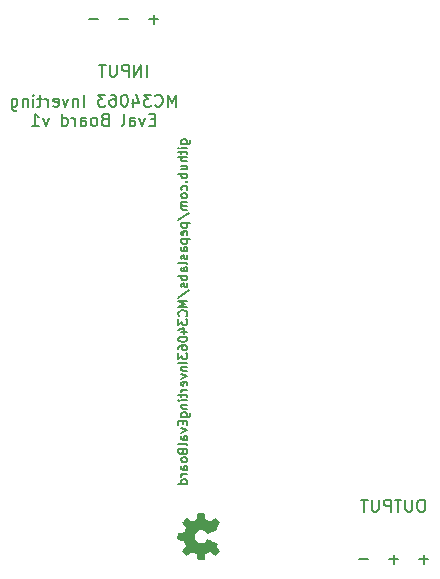
<source format=gbo>
G04 (created by PCBNEW (2013-07-07 BZR 4022)-stable) date 5/10/2015 12:25:42 PM*
%MOIN*%
G04 Gerber Fmt 3.4, Leading zero omitted, Abs format*
%FSLAX34Y34*%
G01*
G70*
G90*
G04 APERTURE LIST*
%ADD10C,0.00590551*%
%ADD11C,0.008*%
%ADD12C,0.006*%
%ADD13C,0.0001*%
G04 APERTURE END LIST*
G54D10*
G54D11*
X79211Y-76761D02*
X79135Y-76761D01*
X79097Y-76780D01*
X79059Y-76819D01*
X79040Y-76895D01*
X79040Y-77028D01*
X79059Y-77104D01*
X79097Y-77142D01*
X79135Y-77161D01*
X79211Y-77161D01*
X79249Y-77142D01*
X79288Y-77104D01*
X79307Y-77028D01*
X79307Y-76895D01*
X79288Y-76819D01*
X79249Y-76780D01*
X79211Y-76761D01*
X78869Y-76761D02*
X78869Y-77085D01*
X78849Y-77123D01*
X78830Y-77142D01*
X78792Y-77161D01*
X78716Y-77161D01*
X78678Y-77142D01*
X78659Y-77123D01*
X78640Y-77085D01*
X78640Y-76761D01*
X78507Y-76761D02*
X78278Y-76761D01*
X78392Y-77161D02*
X78392Y-76761D01*
X78145Y-77161D02*
X78145Y-76761D01*
X77992Y-76761D01*
X77954Y-76780D01*
X77935Y-76800D01*
X77916Y-76838D01*
X77916Y-76895D01*
X77935Y-76933D01*
X77954Y-76952D01*
X77992Y-76971D01*
X78145Y-76971D01*
X77745Y-76761D02*
X77745Y-77085D01*
X77726Y-77123D01*
X77707Y-77142D01*
X77669Y-77161D01*
X77592Y-77161D01*
X77554Y-77142D01*
X77535Y-77123D01*
X77516Y-77085D01*
X77516Y-76761D01*
X77383Y-76761D02*
X77154Y-76761D01*
X77269Y-77161D02*
X77269Y-76761D01*
X70021Y-62661D02*
X70021Y-62261D01*
X69830Y-62661D02*
X69830Y-62261D01*
X69602Y-62661D01*
X69602Y-62261D01*
X69411Y-62661D02*
X69411Y-62261D01*
X69259Y-62261D01*
X69221Y-62280D01*
X69202Y-62300D01*
X69183Y-62338D01*
X69183Y-62395D01*
X69202Y-62433D01*
X69221Y-62452D01*
X69259Y-62471D01*
X69411Y-62471D01*
X69011Y-62261D02*
X69011Y-62585D01*
X68992Y-62623D01*
X68973Y-62642D01*
X68935Y-62661D01*
X68859Y-62661D01*
X68821Y-62642D01*
X68802Y-62623D01*
X68783Y-62585D01*
X68783Y-62261D01*
X68649Y-62261D02*
X68421Y-62261D01*
X68535Y-62661D02*
X68535Y-62261D01*
X77402Y-78759D02*
X77097Y-78759D01*
X78402Y-78759D02*
X78097Y-78759D01*
X78250Y-78911D02*
X78250Y-78607D01*
X79402Y-78759D02*
X79097Y-78759D01*
X79250Y-78911D02*
X79250Y-78607D01*
X68402Y-60759D02*
X68097Y-60759D01*
X69402Y-60759D02*
X69097Y-60759D01*
X70402Y-60759D02*
X70097Y-60759D01*
X70250Y-60911D02*
X70250Y-60607D01*
X70983Y-63661D02*
X70983Y-63261D01*
X70850Y-63547D01*
X70716Y-63261D01*
X70716Y-63661D01*
X70297Y-63623D02*
X70316Y-63642D01*
X70373Y-63661D01*
X70411Y-63661D01*
X70469Y-63642D01*
X70507Y-63604D01*
X70526Y-63566D01*
X70545Y-63490D01*
X70545Y-63433D01*
X70526Y-63357D01*
X70507Y-63319D01*
X70469Y-63280D01*
X70411Y-63261D01*
X70373Y-63261D01*
X70316Y-63280D01*
X70297Y-63300D01*
X70164Y-63261D02*
X69916Y-63261D01*
X70049Y-63414D01*
X69992Y-63414D01*
X69954Y-63433D01*
X69935Y-63452D01*
X69916Y-63490D01*
X69916Y-63585D01*
X69935Y-63623D01*
X69954Y-63642D01*
X69992Y-63661D01*
X70107Y-63661D01*
X70145Y-63642D01*
X70164Y-63623D01*
X69573Y-63395D02*
X69573Y-63661D01*
X69669Y-63242D02*
X69764Y-63528D01*
X69516Y-63528D01*
X69288Y-63261D02*
X69250Y-63261D01*
X69211Y-63280D01*
X69192Y-63300D01*
X69173Y-63338D01*
X69154Y-63414D01*
X69154Y-63509D01*
X69173Y-63585D01*
X69192Y-63623D01*
X69211Y-63642D01*
X69250Y-63661D01*
X69288Y-63661D01*
X69326Y-63642D01*
X69345Y-63623D01*
X69364Y-63585D01*
X69383Y-63509D01*
X69383Y-63414D01*
X69364Y-63338D01*
X69345Y-63300D01*
X69326Y-63280D01*
X69288Y-63261D01*
X68811Y-63261D02*
X68888Y-63261D01*
X68926Y-63280D01*
X68945Y-63300D01*
X68983Y-63357D01*
X69002Y-63433D01*
X69002Y-63585D01*
X68983Y-63623D01*
X68964Y-63642D01*
X68926Y-63661D01*
X68850Y-63661D01*
X68811Y-63642D01*
X68792Y-63623D01*
X68773Y-63585D01*
X68773Y-63490D01*
X68792Y-63452D01*
X68811Y-63433D01*
X68850Y-63414D01*
X68926Y-63414D01*
X68964Y-63433D01*
X68983Y-63452D01*
X69002Y-63490D01*
X68640Y-63261D02*
X68392Y-63261D01*
X68526Y-63414D01*
X68469Y-63414D01*
X68430Y-63433D01*
X68411Y-63452D01*
X68392Y-63490D01*
X68392Y-63585D01*
X68411Y-63623D01*
X68430Y-63642D01*
X68469Y-63661D01*
X68583Y-63661D01*
X68621Y-63642D01*
X68640Y-63623D01*
X67916Y-63661D02*
X67916Y-63261D01*
X67726Y-63395D02*
X67726Y-63661D01*
X67726Y-63433D02*
X67707Y-63414D01*
X67669Y-63395D01*
X67611Y-63395D01*
X67573Y-63414D01*
X67554Y-63452D01*
X67554Y-63661D01*
X67402Y-63395D02*
X67307Y-63661D01*
X67211Y-63395D01*
X66907Y-63642D02*
X66945Y-63661D01*
X67021Y-63661D01*
X67059Y-63642D01*
X67078Y-63604D01*
X67078Y-63452D01*
X67059Y-63414D01*
X67021Y-63395D01*
X66945Y-63395D01*
X66907Y-63414D01*
X66888Y-63452D01*
X66888Y-63490D01*
X67078Y-63528D01*
X66716Y-63661D02*
X66716Y-63395D01*
X66716Y-63471D02*
X66697Y-63433D01*
X66678Y-63414D01*
X66640Y-63395D01*
X66602Y-63395D01*
X66526Y-63395D02*
X66373Y-63395D01*
X66469Y-63261D02*
X66469Y-63604D01*
X66450Y-63642D01*
X66411Y-63661D01*
X66373Y-63661D01*
X66240Y-63661D02*
X66240Y-63395D01*
X66240Y-63261D02*
X66259Y-63280D01*
X66240Y-63300D01*
X66221Y-63280D01*
X66240Y-63261D01*
X66240Y-63300D01*
X66050Y-63395D02*
X66050Y-63661D01*
X66050Y-63433D02*
X66030Y-63414D01*
X65992Y-63395D01*
X65935Y-63395D01*
X65897Y-63414D01*
X65878Y-63452D01*
X65878Y-63661D01*
X65516Y-63395D02*
X65516Y-63719D01*
X65535Y-63757D01*
X65554Y-63776D01*
X65592Y-63795D01*
X65650Y-63795D01*
X65688Y-63776D01*
X65516Y-63642D02*
X65554Y-63661D01*
X65630Y-63661D01*
X65669Y-63642D01*
X65688Y-63623D01*
X65707Y-63585D01*
X65707Y-63471D01*
X65688Y-63433D01*
X65669Y-63414D01*
X65630Y-63395D01*
X65554Y-63395D01*
X65516Y-63414D01*
X70288Y-64092D02*
X70154Y-64092D01*
X70097Y-64301D02*
X70288Y-64301D01*
X70288Y-63901D01*
X70097Y-63901D01*
X69964Y-64035D02*
X69869Y-64301D01*
X69773Y-64035D01*
X69449Y-64301D02*
X69449Y-64092D01*
X69469Y-64054D01*
X69507Y-64035D01*
X69583Y-64035D01*
X69621Y-64054D01*
X69449Y-64282D02*
X69488Y-64301D01*
X69583Y-64301D01*
X69621Y-64282D01*
X69640Y-64244D01*
X69640Y-64206D01*
X69621Y-64168D01*
X69583Y-64149D01*
X69488Y-64149D01*
X69449Y-64130D01*
X69202Y-64301D02*
X69240Y-64282D01*
X69259Y-64244D01*
X69259Y-63901D01*
X68611Y-64092D02*
X68554Y-64111D01*
X68535Y-64130D01*
X68516Y-64168D01*
X68516Y-64225D01*
X68535Y-64263D01*
X68554Y-64282D01*
X68592Y-64301D01*
X68745Y-64301D01*
X68745Y-63901D01*
X68611Y-63901D01*
X68573Y-63920D01*
X68554Y-63940D01*
X68535Y-63978D01*
X68535Y-64016D01*
X68554Y-64054D01*
X68573Y-64073D01*
X68611Y-64092D01*
X68745Y-64092D01*
X68288Y-64301D02*
X68326Y-64282D01*
X68345Y-64263D01*
X68364Y-64225D01*
X68364Y-64111D01*
X68345Y-64073D01*
X68326Y-64054D01*
X68288Y-64035D01*
X68230Y-64035D01*
X68192Y-64054D01*
X68173Y-64073D01*
X68154Y-64111D01*
X68154Y-64225D01*
X68173Y-64263D01*
X68192Y-64282D01*
X68230Y-64301D01*
X68288Y-64301D01*
X67811Y-64301D02*
X67811Y-64092D01*
X67830Y-64054D01*
X67869Y-64035D01*
X67945Y-64035D01*
X67983Y-64054D01*
X67811Y-64282D02*
X67850Y-64301D01*
X67945Y-64301D01*
X67983Y-64282D01*
X68002Y-64244D01*
X68002Y-64206D01*
X67983Y-64168D01*
X67945Y-64149D01*
X67850Y-64149D01*
X67811Y-64130D01*
X67621Y-64301D02*
X67621Y-64035D01*
X67621Y-64111D02*
X67602Y-64073D01*
X67583Y-64054D01*
X67545Y-64035D01*
X67507Y-64035D01*
X67202Y-64301D02*
X67202Y-63901D01*
X67202Y-64282D02*
X67240Y-64301D01*
X67316Y-64301D01*
X67354Y-64282D01*
X67373Y-64263D01*
X67392Y-64225D01*
X67392Y-64111D01*
X67373Y-64073D01*
X67354Y-64054D01*
X67316Y-64035D01*
X67240Y-64035D01*
X67202Y-64054D01*
X66745Y-64035D02*
X66650Y-64301D01*
X66554Y-64035D01*
X66192Y-64301D02*
X66421Y-64301D01*
X66307Y-64301D02*
X66307Y-63901D01*
X66345Y-63959D01*
X66383Y-63997D01*
X66421Y-64016D01*
G54D12*
X71171Y-64899D02*
X71414Y-64899D01*
X71442Y-64885D01*
X71457Y-64871D01*
X71471Y-64842D01*
X71471Y-64799D01*
X71457Y-64771D01*
X71357Y-64899D02*
X71371Y-64871D01*
X71371Y-64814D01*
X71357Y-64785D01*
X71342Y-64771D01*
X71314Y-64757D01*
X71228Y-64757D01*
X71200Y-64771D01*
X71185Y-64785D01*
X71171Y-64814D01*
X71171Y-64871D01*
X71185Y-64899D01*
X71371Y-65042D02*
X71171Y-65042D01*
X71071Y-65042D02*
X71085Y-65028D01*
X71100Y-65042D01*
X71085Y-65057D01*
X71071Y-65042D01*
X71100Y-65042D01*
X71171Y-65142D02*
X71171Y-65257D01*
X71071Y-65185D02*
X71328Y-65185D01*
X71357Y-65199D01*
X71371Y-65228D01*
X71371Y-65257D01*
X71371Y-65357D02*
X71071Y-65357D01*
X71371Y-65485D02*
X71214Y-65485D01*
X71185Y-65471D01*
X71171Y-65442D01*
X71171Y-65399D01*
X71185Y-65371D01*
X71200Y-65357D01*
X71171Y-65757D02*
X71371Y-65757D01*
X71171Y-65628D02*
X71328Y-65628D01*
X71357Y-65642D01*
X71371Y-65671D01*
X71371Y-65714D01*
X71357Y-65742D01*
X71342Y-65757D01*
X71371Y-65899D02*
X71071Y-65899D01*
X71185Y-65899D02*
X71171Y-65928D01*
X71171Y-65985D01*
X71185Y-66014D01*
X71200Y-66028D01*
X71228Y-66042D01*
X71314Y-66042D01*
X71342Y-66028D01*
X71357Y-66014D01*
X71371Y-65985D01*
X71371Y-65928D01*
X71357Y-65899D01*
X71342Y-66171D02*
X71357Y-66185D01*
X71371Y-66171D01*
X71357Y-66157D01*
X71342Y-66171D01*
X71371Y-66171D01*
X71357Y-66442D02*
X71371Y-66414D01*
X71371Y-66357D01*
X71357Y-66328D01*
X71342Y-66314D01*
X71314Y-66299D01*
X71228Y-66299D01*
X71200Y-66314D01*
X71185Y-66328D01*
X71171Y-66357D01*
X71171Y-66414D01*
X71185Y-66442D01*
X71371Y-66614D02*
X71357Y-66585D01*
X71342Y-66571D01*
X71314Y-66557D01*
X71228Y-66557D01*
X71200Y-66571D01*
X71185Y-66585D01*
X71171Y-66614D01*
X71171Y-66657D01*
X71185Y-66685D01*
X71200Y-66699D01*
X71228Y-66714D01*
X71314Y-66714D01*
X71342Y-66699D01*
X71357Y-66685D01*
X71371Y-66657D01*
X71371Y-66614D01*
X71371Y-66842D02*
X71171Y-66842D01*
X71200Y-66842D02*
X71185Y-66857D01*
X71171Y-66885D01*
X71171Y-66928D01*
X71185Y-66957D01*
X71214Y-66971D01*
X71371Y-66971D01*
X71214Y-66971D02*
X71185Y-66985D01*
X71171Y-67014D01*
X71171Y-67057D01*
X71185Y-67085D01*
X71214Y-67099D01*
X71371Y-67099D01*
X71057Y-67457D02*
X71442Y-67199D01*
X71171Y-67557D02*
X71471Y-67557D01*
X71185Y-67557D02*
X71171Y-67585D01*
X71171Y-67642D01*
X71185Y-67671D01*
X71200Y-67685D01*
X71228Y-67700D01*
X71314Y-67700D01*
X71342Y-67685D01*
X71357Y-67671D01*
X71371Y-67642D01*
X71371Y-67585D01*
X71357Y-67557D01*
X71357Y-67942D02*
X71371Y-67914D01*
X71371Y-67857D01*
X71357Y-67828D01*
X71328Y-67814D01*
X71214Y-67814D01*
X71185Y-67828D01*
X71171Y-67857D01*
X71171Y-67914D01*
X71185Y-67942D01*
X71214Y-67957D01*
X71242Y-67957D01*
X71271Y-67814D01*
X71171Y-68085D02*
X71471Y-68085D01*
X71185Y-68085D02*
X71171Y-68114D01*
X71171Y-68171D01*
X71185Y-68200D01*
X71200Y-68214D01*
X71228Y-68228D01*
X71314Y-68228D01*
X71342Y-68214D01*
X71357Y-68200D01*
X71371Y-68171D01*
X71371Y-68114D01*
X71357Y-68085D01*
X71371Y-68485D02*
X71214Y-68485D01*
X71185Y-68471D01*
X71171Y-68442D01*
X71171Y-68385D01*
X71185Y-68357D01*
X71357Y-68485D02*
X71371Y-68457D01*
X71371Y-68385D01*
X71357Y-68357D01*
X71328Y-68342D01*
X71300Y-68342D01*
X71271Y-68357D01*
X71257Y-68385D01*
X71257Y-68457D01*
X71242Y-68485D01*
X71357Y-68614D02*
X71371Y-68642D01*
X71371Y-68700D01*
X71357Y-68728D01*
X71328Y-68742D01*
X71314Y-68742D01*
X71285Y-68728D01*
X71271Y-68700D01*
X71271Y-68657D01*
X71257Y-68628D01*
X71228Y-68614D01*
X71214Y-68614D01*
X71185Y-68628D01*
X71171Y-68657D01*
X71171Y-68700D01*
X71185Y-68728D01*
X71371Y-68914D02*
X71357Y-68885D01*
X71328Y-68871D01*
X71071Y-68871D01*
X71371Y-69157D02*
X71214Y-69157D01*
X71185Y-69142D01*
X71171Y-69114D01*
X71171Y-69057D01*
X71185Y-69028D01*
X71357Y-69157D02*
X71371Y-69128D01*
X71371Y-69057D01*
X71357Y-69028D01*
X71328Y-69014D01*
X71300Y-69014D01*
X71271Y-69028D01*
X71257Y-69057D01*
X71257Y-69128D01*
X71242Y-69157D01*
X71371Y-69300D02*
X71071Y-69300D01*
X71185Y-69300D02*
X71171Y-69328D01*
X71171Y-69385D01*
X71185Y-69414D01*
X71200Y-69428D01*
X71228Y-69442D01*
X71314Y-69442D01*
X71342Y-69428D01*
X71357Y-69414D01*
X71371Y-69385D01*
X71371Y-69328D01*
X71357Y-69300D01*
X71357Y-69557D02*
X71371Y-69585D01*
X71371Y-69642D01*
X71357Y-69671D01*
X71328Y-69685D01*
X71314Y-69685D01*
X71285Y-69671D01*
X71271Y-69642D01*
X71271Y-69600D01*
X71257Y-69571D01*
X71228Y-69557D01*
X71214Y-69557D01*
X71185Y-69571D01*
X71171Y-69600D01*
X71171Y-69642D01*
X71185Y-69671D01*
X71057Y-70028D02*
X71442Y-69771D01*
X71371Y-70128D02*
X71071Y-70128D01*
X71285Y-70228D01*
X71071Y-70328D01*
X71371Y-70328D01*
X71342Y-70642D02*
X71357Y-70628D01*
X71371Y-70585D01*
X71371Y-70557D01*
X71357Y-70514D01*
X71328Y-70485D01*
X71300Y-70471D01*
X71242Y-70457D01*
X71200Y-70457D01*
X71142Y-70471D01*
X71114Y-70485D01*
X71085Y-70514D01*
X71071Y-70557D01*
X71071Y-70585D01*
X71085Y-70628D01*
X71100Y-70642D01*
X71071Y-70742D02*
X71071Y-70928D01*
X71185Y-70828D01*
X71185Y-70871D01*
X71200Y-70900D01*
X71214Y-70914D01*
X71242Y-70928D01*
X71314Y-70928D01*
X71342Y-70914D01*
X71357Y-70900D01*
X71371Y-70871D01*
X71371Y-70785D01*
X71357Y-70757D01*
X71342Y-70742D01*
X71171Y-71185D02*
X71371Y-71185D01*
X71057Y-71114D02*
X71271Y-71042D01*
X71271Y-71228D01*
X71071Y-71400D02*
X71071Y-71428D01*
X71085Y-71457D01*
X71100Y-71471D01*
X71128Y-71485D01*
X71185Y-71500D01*
X71257Y-71500D01*
X71314Y-71485D01*
X71342Y-71471D01*
X71357Y-71457D01*
X71371Y-71428D01*
X71371Y-71400D01*
X71357Y-71371D01*
X71342Y-71357D01*
X71314Y-71342D01*
X71257Y-71328D01*
X71185Y-71328D01*
X71128Y-71342D01*
X71100Y-71357D01*
X71085Y-71371D01*
X71071Y-71400D01*
X71071Y-71757D02*
X71071Y-71700D01*
X71085Y-71671D01*
X71100Y-71657D01*
X71142Y-71628D01*
X71200Y-71614D01*
X71314Y-71614D01*
X71342Y-71628D01*
X71357Y-71642D01*
X71371Y-71671D01*
X71371Y-71728D01*
X71357Y-71757D01*
X71342Y-71771D01*
X71314Y-71785D01*
X71242Y-71785D01*
X71214Y-71771D01*
X71200Y-71757D01*
X71185Y-71728D01*
X71185Y-71671D01*
X71200Y-71642D01*
X71214Y-71628D01*
X71242Y-71614D01*
X71071Y-71885D02*
X71071Y-72071D01*
X71185Y-71971D01*
X71185Y-72014D01*
X71200Y-72042D01*
X71214Y-72057D01*
X71242Y-72071D01*
X71314Y-72071D01*
X71342Y-72057D01*
X71357Y-72042D01*
X71371Y-72014D01*
X71371Y-71928D01*
X71357Y-71900D01*
X71342Y-71885D01*
X71371Y-72200D02*
X71071Y-72200D01*
X71171Y-72342D02*
X71371Y-72342D01*
X71200Y-72342D02*
X71185Y-72357D01*
X71171Y-72385D01*
X71171Y-72428D01*
X71185Y-72457D01*
X71214Y-72471D01*
X71371Y-72471D01*
X71171Y-72585D02*
X71371Y-72657D01*
X71171Y-72728D01*
X71357Y-72957D02*
X71371Y-72928D01*
X71371Y-72871D01*
X71357Y-72842D01*
X71328Y-72828D01*
X71214Y-72828D01*
X71185Y-72842D01*
X71171Y-72871D01*
X71171Y-72928D01*
X71185Y-72957D01*
X71214Y-72971D01*
X71242Y-72971D01*
X71271Y-72828D01*
X71371Y-73100D02*
X71171Y-73100D01*
X71228Y-73100D02*
X71200Y-73114D01*
X71185Y-73128D01*
X71171Y-73157D01*
X71171Y-73185D01*
X71171Y-73242D02*
X71171Y-73357D01*
X71071Y-73285D02*
X71328Y-73285D01*
X71357Y-73300D01*
X71371Y-73328D01*
X71371Y-73357D01*
X71371Y-73457D02*
X71171Y-73457D01*
X71071Y-73457D02*
X71085Y-73442D01*
X71100Y-73457D01*
X71085Y-73471D01*
X71071Y-73457D01*
X71100Y-73457D01*
X71171Y-73600D02*
X71371Y-73600D01*
X71200Y-73600D02*
X71185Y-73614D01*
X71171Y-73642D01*
X71171Y-73685D01*
X71185Y-73714D01*
X71214Y-73728D01*
X71371Y-73728D01*
X71171Y-74000D02*
X71414Y-74000D01*
X71442Y-73985D01*
X71457Y-73971D01*
X71471Y-73942D01*
X71471Y-73900D01*
X71457Y-73871D01*
X71357Y-74000D02*
X71371Y-73971D01*
X71371Y-73914D01*
X71357Y-73885D01*
X71342Y-73871D01*
X71314Y-73857D01*
X71228Y-73857D01*
X71200Y-73871D01*
X71185Y-73885D01*
X71171Y-73914D01*
X71171Y-73971D01*
X71185Y-74000D01*
X71214Y-74142D02*
X71214Y-74242D01*
X71371Y-74285D02*
X71371Y-74142D01*
X71071Y-74142D01*
X71071Y-74285D01*
X71171Y-74385D02*
X71371Y-74457D01*
X71171Y-74528D01*
X71371Y-74771D02*
X71214Y-74771D01*
X71185Y-74757D01*
X71171Y-74728D01*
X71171Y-74671D01*
X71185Y-74642D01*
X71357Y-74771D02*
X71371Y-74742D01*
X71371Y-74671D01*
X71357Y-74642D01*
X71328Y-74628D01*
X71300Y-74628D01*
X71271Y-74642D01*
X71257Y-74671D01*
X71257Y-74742D01*
X71242Y-74771D01*
X71371Y-74957D02*
X71357Y-74928D01*
X71328Y-74914D01*
X71071Y-74914D01*
X71214Y-75171D02*
X71228Y-75214D01*
X71242Y-75228D01*
X71271Y-75242D01*
X71314Y-75242D01*
X71342Y-75228D01*
X71357Y-75214D01*
X71371Y-75185D01*
X71371Y-75071D01*
X71071Y-75071D01*
X71071Y-75171D01*
X71085Y-75200D01*
X71100Y-75214D01*
X71128Y-75228D01*
X71157Y-75228D01*
X71185Y-75214D01*
X71200Y-75200D01*
X71214Y-75171D01*
X71214Y-75071D01*
X71371Y-75414D02*
X71357Y-75385D01*
X71342Y-75371D01*
X71314Y-75357D01*
X71228Y-75357D01*
X71200Y-75371D01*
X71185Y-75385D01*
X71171Y-75414D01*
X71171Y-75457D01*
X71185Y-75485D01*
X71200Y-75500D01*
X71228Y-75514D01*
X71314Y-75514D01*
X71342Y-75500D01*
X71357Y-75485D01*
X71371Y-75457D01*
X71371Y-75414D01*
X71371Y-75771D02*
X71214Y-75771D01*
X71185Y-75757D01*
X71171Y-75728D01*
X71171Y-75671D01*
X71185Y-75642D01*
X71357Y-75771D02*
X71371Y-75742D01*
X71371Y-75671D01*
X71357Y-75642D01*
X71328Y-75628D01*
X71300Y-75628D01*
X71271Y-75642D01*
X71257Y-75671D01*
X71257Y-75742D01*
X71242Y-75771D01*
X71371Y-75914D02*
X71171Y-75914D01*
X71228Y-75914D02*
X71200Y-75928D01*
X71185Y-75942D01*
X71171Y-75971D01*
X71171Y-76000D01*
X71371Y-76228D02*
X71071Y-76228D01*
X71357Y-76228D02*
X71371Y-76200D01*
X71371Y-76142D01*
X71357Y-76114D01*
X71342Y-76100D01*
X71314Y-76085D01*
X71228Y-76085D01*
X71200Y-76100D01*
X71185Y-76114D01*
X71171Y-76142D01*
X71171Y-76200D01*
X71185Y-76228D01*
G54D13*
G36*
X72457Y-77523D02*
X72453Y-77531D01*
X72441Y-77550D01*
X72424Y-77576D01*
X72403Y-77607D01*
X72382Y-77638D01*
X72365Y-77664D01*
X72353Y-77682D01*
X72349Y-77689D01*
X72350Y-77693D01*
X72358Y-77708D01*
X72369Y-77730D01*
X72375Y-77742D01*
X72384Y-77762D01*
X72386Y-77772D01*
X72383Y-77773D01*
X72368Y-77781D01*
X72342Y-77792D01*
X72308Y-77807D01*
X72268Y-77824D01*
X72225Y-77842D01*
X72181Y-77860D01*
X72139Y-77878D01*
X72101Y-77893D01*
X72071Y-77906D01*
X72049Y-77914D01*
X72040Y-77917D01*
X72038Y-77916D01*
X72029Y-77906D01*
X72016Y-77889D01*
X71985Y-77851D01*
X71939Y-77815D01*
X71887Y-77792D01*
X71829Y-77785D01*
X71776Y-77791D01*
X71725Y-77812D01*
X71678Y-77848D01*
X71644Y-77892D01*
X71622Y-77943D01*
X71615Y-78000D01*
X71621Y-78055D01*
X71642Y-78107D01*
X71677Y-78154D01*
X71700Y-78173D01*
X71747Y-78200D01*
X71797Y-78216D01*
X71809Y-78217D01*
X71865Y-78215D01*
X71918Y-78199D01*
X71965Y-78170D01*
X72004Y-78129D01*
X72008Y-78124D01*
X72022Y-78105D01*
X72031Y-78093D01*
X72039Y-78083D01*
X72209Y-78153D01*
X72236Y-78164D01*
X72282Y-78184D01*
X72322Y-78201D01*
X72354Y-78214D01*
X72375Y-78224D01*
X72384Y-78228D01*
X72384Y-78228D01*
X72385Y-78234D01*
X72380Y-78247D01*
X72369Y-78271D01*
X72361Y-78287D01*
X72352Y-78305D01*
X72349Y-78313D01*
X72353Y-78320D01*
X72364Y-78337D01*
X72381Y-78362D01*
X72401Y-78392D01*
X72421Y-78421D01*
X72439Y-78448D01*
X72451Y-78467D01*
X72456Y-78477D01*
X72456Y-78478D01*
X72451Y-78486D01*
X72439Y-78502D01*
X72417Y-78525D01*
X72385Y-78557D01*
X72380Y-78562D01*
X72352Y-78589D01*
X72329Y-78611D01*
X72313Y-78626D01*
X72306Y-78631D01*
X72306Y-78631D01*
X72296Y-78626D01*
X72277Y-78614D01*
X72250Y-78596D01*
X72219Y-78575D01*
X72137Y-78519D01*
X72060Y-78550D01*
X72037Y-78559D01*
X72008Y-78571D01*
X71988Y-78580D01*
X71979Y-78585D01*
X71976Y-78593D01*
X71971Y-78614D01*
X71964Y-78645D01*
X71958Y-78681D01*
X71951Y-78716D01*
X71945Y-78747D01*
X71941Y-78770D01*
X71939Y-78780D01*
X71937Y-78782D01*
X71932Y-78784D01*
X71922Y-78786D01*
X71903Y-78786D01*
X71873Y-78787D01*
X71829Y-78787D01*
X71825Y-78787D01*
X71783Y-78786D01*
X71750Y-78786D01*
X71729Y-78785D01*
X71721Y-78783D01*
X71721Y-78783D01*
X71718Y-78773D01*
X71714Y-78751D01*
X71707Y-78720D01*
X71700Y-78682D01*
X71700Y-78680D01*
X71693Y-78643D01*
X71686Y-78612D01*
X71681Y-78590D01*
X71678Y-78581D01*
X71676Y-78579D01*
X71661Y-78571D01*
X71638Y-78560D01*
X71610Y-78548D01*
X71581Y-78536D01*
X71554Y-78525D01*
X71535Y-78518D01*
X71526Y-78516D01*
X71526Y-78516D01*
X71517Y-78522D01*
X71497Y-78535D01*
X71471Y-78553D01*
X71439Y-78575D01*
X71436Y-78576D01*
X71405Y-78598D01*
X71378Y-78615D01*
X71359Y-78627D01*
X71351Y-78631D01*
X71350Y-78631D01*
X71341Y-78624D01*
X71323Y-78608D01*
X71299Y-78585D01*
X71271Y-78557D01*
X71263Y-78548D01*
X71233Y-78518D01*
X71213Y-78497D01*
X71203Y-78483D01*
X71200Y-78477D01*
X71201Y-78477D01*
X71206Y-78467D01*
X71219Y-78447D01*
X71238Y-78420D01*
X71259Y-78388D01*
X71261Y-78386D01*
X71282Y-78355D01*
X71300Y-78329D01*
X71312Y-78310D01*
X71317Y-78302D01*
X71317Y-78300D01*
X71313Y-78288D01*
X71306Y-78265D01*
X71295Y-78238D01*
X71283Y-78209D01*
X71272Y-78182D01*
X71263Y-78162D01*
X71258Y-78153D01*
X71257Y-78153D01*
X71246Y-78149D01*
X71222Y-78144D01*
X71190Y-78137D01*
X71151Y-78130D01*
X71145Y-78129D01*
X71108Y-78122D01*
X71077Y-78116D01*
X71055Y-78111D01*
X71046Y-78109D01*
X71045Y-78104D01*
X71044Y-78085D01*
X71043Y-78057D01*
X71043Y-78023D01*
X71043Y-77988D01*
X71044Y-77954D01*
X71045Y-77924D01*
X71046Y-77903D01*
X71048Y-77894D01*
X71049Y-77893D01*
X71060Y-77890D01*
X71084Y-77885D01*
X71116Y-77878D01*
X71155Y-77871D01*
X71162Y-77870D01*
X71199Y-77863D01*
X71230Y-77856D01*
X71251Y-77852D01*
X71259Y-77849D01*
X71261Y-77846D01*
X71268Y-77831D01*
X71278Y-77806D01*
X71291Y-77774D01*
X71320Y-77702D01*
X71259Y-77614D01*
X71254Y-77606D01*
X71232Y-77574D01*
X71215Y-77548D01*
X71203Y-77530D01*
X71199Y-77522D01*
X71199Y-77522D01*
X71207Y-77513D01*
X71223Y-77495D01*
X71247Y-77471D01*
X71274Y-77444D01*
X71295Y-77423D01*
X71320Y-77399D01*
X71336Y-77383D01*
X71347Y-77375D01*
X71354Y-77372D01*
X71358Y-77373D01*
X71367Y-77378D01*
X71386Y-77391D01*
X71413Y-77409D01*
X71444Y-77431D01*
X71471Y-77449D01*
X71500Y-77468D01*
X71521Y-77480D01*
X71532Y-77485D01*
X71536Y-77484D01*
X71553Y-77477D01*
X71580Y-77467D01*
X71611Y-77454D01*
X71681Y-77423D01*
X71689Y-77377D01*
X71695Y-77349D01*
X71702Y-77310D01*
X71709Y-77273D01*
X71721Y-77215D01*
X71933Y-77213D01*
X71937Y-77222D01*
X71940Y-77231D01*
X71944Y-77252D01*
X71950Y-77283D01*
X71957Y-77319D01*
X71963Y-77350D01*
X71969Y-77381D01*
X71973Y-77403D01*
X71975Y-77413D01*
X71979Y-77416D01*
X71994Y-77424D01*
X72018Y-77435D01*
X72047Y-77447D01*
X72076Y-77459D01*
X72104Y-77470D01*
X72125Y-77478D01*
X72136Y-77481D01*
X72144Y-77477D01*
X72162Y-77465D01*
X72188Y-77448D01*
X72219Y-77427D01*
X72250Y-77405D01*
X72277Y-77388D01*
X72296Y-77375D01*
X72304Y-77370D01*
X72310Y-77373D01*
X72325Y-77385D01*
X72349Y-77408D01*
X72384Y-77443D01*
X72389Y-77449D01*
X72416Y-77476D01*
X72437Y-77500D01*
X72452Y-77516D01*
X72457Y-77523D01*
X72457Y-77523D01*
G37*
M02*

</source>
